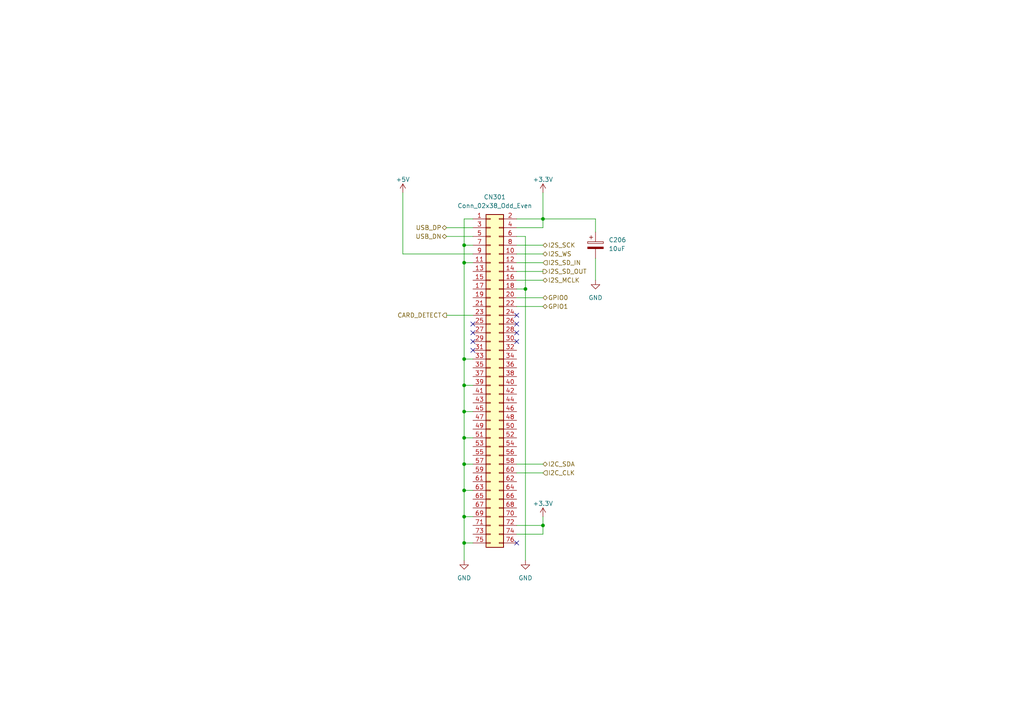
<source format=kicad_sch>
(kicad_sch (version 20230121) (generator eeschema)
  (paper "A4")
  (lib_symbols
    (symbol "Connector_Generic:Conn_02x38_Odd_Even" (pin_names (offset 1.016) hide)
      (property "Reference" "J" (at 1.27 48.26 0))
      (property "Value" "Conn_02x38_Odd_Even" (at 1.27 -50.8 0))
      (symbol "Conn_02x38_Odd_Even_1_1"
        (rectangle (start -1.27 -48.133) (end 0 -48.387) (stroke (width 0.1524)))
        (rectangle (start -1.27 -45.593) (end 0 -45.847) (stroke (width 0.1524)))
        (rectangle (start -1.27 -43.053) (end 0 -43.307) (stroke (width 0.1524)))
        (rectangle (start -1.27 -40.513) (end 0 -40.767) (stroke (width 0.1524)))
        (rectangle (start -1.27 -37.973) (end 0 -38.227) (stroke (width 0.1524)))
        (rectangle (start -1.27 -35.433) (end 0 -35.687) (stroke (width 0.1524)))
        (rectangle (start -1.27 -32.893) (end 0 -33.147) (stroke (width 0.1524)))
        (rectangle (start -1.27 -30.353) (end 0 -30.607) (stroke (width 0.1524)))
        (rectangle (start -1.27 -27.813) (end 0 -28.067) (stroke (width 0.1524)))
        (rectangle (start -1.27 -25.273) (end 0 -25.527) (stroke (width 0.1524)))
        (rectangle (start -1.27 -22.733) (end 0 -22.987) (stroke (width 0.1524)))
        (rectangle (start -1.27 -20.193) (end 0 -20.447) (stroke (width 0.1524)))
        (rectangle (start -1.27 -17.653) (end 0 -17.907) (stroke (width 0.1524)))
        (rectangle (start -1.27 -15.113) (end 0 -15.367) (stroke (width 0.1524)))
        (rectangle (start -1.27 -12.573) (end 0 -12.827) (stroke (width 0.1524)))
        (rectangle (start -1.27 -10.033) (end 0 -10.287) (stroke (width 0.1524)))
        (rectangle (start -1.27 -7.493) (end 0 -7.747) (stroke (width 0.1524)))
        (rectangle (start -1.27 -4.953) (end 0 -5.207) (stroke (width 0.1524)))
        (rectangle (start -1.27 -2.413) (end 0 -2.667) (stroke (width 0.1524)))
        (rectangle (start -1.27 0.127) (end 0 -0.127) (stroke (width 0.1524)))
        (rectangle (start -1.27 2.667) (end 0 2.413) (stroke (width 0.1524)))
        (rectangle (start -1.27 5.207) (end 0 4.953) (stroke (width 0.1524)))
        (rectangle (start -1.27 7.747) (end 0 7.493) (stroke (width 0.1524)))
        (rectangle (start -1.27 10.287) (end 0 10.033) (stroke (width 0.1524)))
        (rectangle (start -1.27 12.827) (end 0 12.573) (stroke (width 0.1524)))
        (rectangle (start -1.27 15.367) (end 0 15.113) (stroke (width 0.1524)))
        (rectangle (start -1.27 17.907) (end 0 17.653) (stroke (width 0.1524)))
        (rectangle (start -1.27 20.447) (end 0 20.193) (stroke (width 0.1524)))
        (rectangle (start -1.27 22.987) (end 0 22.733) (stroke (width 0.1524)))
        (rectangle (start -1.27 25.527) (end 0 25.273) (stroke (width 0.1524)))
        (rectangle (start -1.27 28.067) (end 0 27.813) (stroke (width 0.1524)))
        (rectangle (start -1.27 30.607) (end 0 30.353) (stroke (width 0.1524)))
        (rectangle (start -1.27 33.147) (end 0 32.893) (stroke (width 0.1524)))
        (rectangle (start -1.27 35.687) (end 0 35.433) (stroke (width 0.1524)))
        (rectangle (start -1.27 38.227) (end 0 37.973) (stroke (width 0.1524)))
        (rectangle (start -1.27 40.767) (end 0 40.513) (stroke (width 0.1524)))
        (rectangle (start -1.27 43.307) (end 0 43.053) (stroke (width 0.1524)))
        (rectangle (start -1.27 45.847) (end 0 45.593) (stroke (width 0.1524)))
        (rectangle (start -1.27 46.99) (end 3.81 -49.53) (stroke (width 0.254)) (fill (type background)))
        (rectangle (start 3.81 -48.133) (end 2.54 -48.387) (stroke (width 0.1524)))
        (rectangle (start 3.81 -45.593) (end 2.54 -45.847) (stroke (width 0.1524)))
        (rectangle (start 3.81 -43.053) (end 2.54 -43.307) (stroke (width 0.1524)))
        (rectangle (start 3.81 -40.513) (end 2.54 -40.767) (stroke (width 0.1524)))
        (rectangle (start 3.81 -37.973) (end 2.54 -38.227) (stroke (width 0.1524)))
        (rectangle (start 3.81 -35.433) (end 2.54 -35.687) (stroke (width 0.1524)))
        (rectangle (start 3.81 -32.893) (end 2.54 -33.147) (stroke (width 0.1524)))
        (rectangle (start 3.81 -30.353) (end 2.54 -30.607) (stroke (width 0.1524)))
        (rectangle (start 3.81 -27.813) (end 2.54 -28.067) (stroke (width 0.1524)))
        (rectangle (start 3.81 -25.273) (end 2.54 -25.527) (stroke (width 0.1524)))
        (rectangle (start 3.81 -22.733) (end 2.54 -22.987) (stroke (width 0.1524)))
        (rectangle (start 3.81 -20.193) (end 2.54 -20.447) (stroke (width 0.1524)))
        (rectangle (start 3.81 -17.653) (end 2.54 -17.907) (stroke (width 0.1524)))
        (rectangle (start 3.81 -15.113) (end 2.54 -15.367) (stroke (width 0.1524)))
        (rectangle (start 3.81 -12.573) (end 2.54 -12.827) (stroke (width 0.1524)))
        (rectangle (start 3.81 -10.033) (end 2.54 -10.287) (stroke (width 0.1524)))
        (rectangle (start 3.81 -7.493) (end 2.54 -7.747) (stroke (width 0.1524)))
        (rectangle (start 3.81 -4.953) (end 2.54 -5.207) (stroke (width 0.1524)))
        (rectangle (start 3.81 -2.413) (end 2.54 -2.667) (stroke (width 0.1524)))
        (rectangle (start 3.81 0.127) (end 2.54 -0.127) (stroke (width 0.1524)))
        (rectangle (start 3.81 2.667) (end 2.54 2.413) (stroke (width 0.1524)))
        (rectangle (start 3.81 5.207) (end 2.54 4.953) (stroke (width 0.1524)))
        (rectangle (start 3.81 7.747) (end 2.54 7.493) (stroke (width 0.1524)))
        (rectangle (start 3.81 10.287) (end 2.54 10.033) (stroke (width 0.1524)))
        (rectangle (start 3.81 12.827) (end 2.54 12.573) (stroke (width 0.1524)))
        (rectangle (start 3.81 15.367) (end 2.54 15.113) (stroke (width 0.1524)))
        (rectangle (start 3.81 17.907) (end 2.54 17.653) (stroke (width 0.1524)))
        (rectangle (start 3.81 20.447) (end 2.54 20.193) (stroke (width 0.1524)))
        (rectangle (start 3.81 22.987) (end 2.54 22.733) (stroke (width 0.1524)))
        (rectangle (start 3.81 25.527) (end 2.54 25.273) (stroke (width 0.1524)))
        (rectangle (start 3.81 28.067) (end 2.54 27.813) (stroke (width 0.1524)))
        (rectangle (start 3.81 30.607) (end 2.54 30.353) (stroke (width 0.1524)))
        (rectangle (start 3.81 33.147) (end 2.54 32.893) (stroke (width 0.1524)))
        (rectangle (start 3.81 35.687) (end 2.54 35.433) (stroke (width 0.1524)))
        (rectangle (start 3.81 38.227) (end 2.54 37.973) (stroke (width 0.1524)))
        (rectangle (start 3.81 40.767) (end 2.54 40.513) (stroke (width 0.1524)))
        (rectangle (start 3.81 43.307) (end 2.54 43.053) (stroke (width 0.1524)))
        (rectangle (start 3.81 45.847) (end 2.54 45.593) (stroke (width 0.1524)))
        (pin passive line (at -5.08 45.72 0) (length 3.81) (name "Pin_1") (number "1"))
        (pin passive line (at 7.62 35.56 180) (length 3.81) (name "Pin_10") (number "10"))
        (pin passive line (at -5.08 33.02 0) (length 3.81) (name "Pin_11") (number "11"))
        (pin passive line (at 7.62 33.02 180) (length 3.81) (name "Pin_12") (number "12"))
        (pin passive line (at -5.08 30.48 0) (length 3.81) (name "Pin_13") (number "13"))
        (pin passive line (at 7.62 30.48 180) (length 3.81) (name "Pin_14") (number "14"))
        (pin passive line (at -5.08 27.94 0) (length 3.81) (name "Pin_15") (number "15"))
        (pin passive line (at 7.62 27.94 180) (length 3.81) (name "Pin_16") (number "16"))
        (pin passive line (at -5.08 25.4 0) (length 3.81) (name "Pin_17") (number "17"))
        (pin passive line (at 7.62 25.4 180) (length 3.81) (name "Pin_18") (number "18"))
        (pin passive line (at -5.08 22.86 0) (length 3.81) (name "Pin_19") (number "19"))
        (pin passive line (at 7.62 45.72 180) (length 3.81) (name "Pin_2") (number "2"))
        (pin passive line (at 7.62 22.86 180) (length 3.81) (name "Pin_20") (number "20"))
        (pin passive line (at -5.08 20.32 0) (length 3.81) (name "Pin_21") (number "21"))
        (pin passive line (at 7.62 20.32 180) (length 3.81) (name "Pin_22") (number "22"))
        (pin passive line (at -5.08 17.78 0) (length 3.81) (name "Pin_23") (number "23"))
        (pin passive line (at 7.62 17.78 180) (length 3.81) (name "Pin_24") (number "24"))
        (pin passive line (at -5.08 15.24 0) (length 3.81) (name "Pin_25") (number "25"))
        (pin passive line (at 7.62 15.24 180) (length 3.81) (name "Pin_26") (number "26"))
        (pin passive line (at -5.08 12.7 0) (length 3.81) (name "Pin_27") (number "27"))
        (pin passive line (at 7.62 12.7 180) (length 3.81) (name "Pin_28") (number "28"))
        (pin passive line (at -5.08 10.16 0) (length 3.81) (name "Pin_29") (number "29"))
        (pin passive line (at -5.08 43.18 0) (length 3.81) (name "Pin_3") (number "3"))
        (pin passive line (at 7.62 10.16 180) (length 3.81) (name "Pin_30") (number "30"))
        (pin passive line (at -5.08 7.62 0) (length 3.81) (name "Pin_31") (number "31"))
        (pin passive line (at 7.62 7.62 180) (length 3.81) (name "Pin_32") (number "32"))
        (pin passive line (at -5.08 5.08 0) (length 3.81) (name "Pin_33") (number "33"))
        (pin passive line (at 7.62 5.08 180) (length 3.81) (name "Pin_34") (number "34"))
        (pin passive line (at -5.08 2.54 0) (length 3.81) (name "Pin_35") (number "35"))
        (pin passive line (at 7.62 2.54 180) (length 3.81) (name "Pin_36") (number "36"))
        (pin passive line (at -5.08 0 0) (length 3.81) (name "Pin_37") (number "37"))
        (pin passive line (at 7.62 0 180) (length 3.81) (name "Pin_38") (number "38"))
        (pin passive line (at -5.08 -2.54 0) (length 3.81) (name "Pin_39") (number "39"))
        (pin passive line (at 7.62 43.18 180) (length 3.81) (name "Pin_4") (number "4"))
        (pin passive line (at 7.62 -2.54 180) (length 3.81) (name "Pin_40") (number "40"))
        (pin passive line (at -5.08 -5.08 0) (length 3.81) (name "Pin_41") (number "41"))
        (pin passive line (at 7.62 -5.08 180) (length 3.81) (name "Pin_42") (number "42"))
        (pin passive line (at -5.08 -7.62 0) (length 3.81) (name "Pin_43") (number "43"))
        (pin passive line (at 7.62 -7.62 180) (length 3.81) (name "Pin_44") (number "44"))
        (pin passive line (at -5.08 -10.16 0) (length 3.81) (name "Pin_45") (number "45"))
        (pin passive line (at 7.62 -10.16 180) (length 3.81) (name "Pin_46") (number "46"))
        (pin passive line (at -5.08 -12.7 0) (length 3.81) (name "Pin_47") (number "47"))
        (pin passive line (at 7.62 -12.7 180) (length 3.81) (name "Pin_48") (number "48"))
        (pin passive line (at -5.08 -15.24 0) (length 3.81) (name "Pin_49") (number "49"))
        (pin passive line (at -5.08 40.64 0) (length 3.81) (name "Pin_5") (number "5"))
        (pin passive line (at 7.62 -15.24 180) (length 3.81) (name "Pin_50") (number "50"))
        (pin passive line (at -5.08 -17.78 0) (length 3.81) (name "Pin_51") (number "51"))
        (pin passive line (at 7.62 -17.78 180) (length 3.81) (name "Pin_52") (number "52"))
        (pin passive line (at -5.08 -20.32 0) (length 3.81) (name "Pin_53") (number "53"))
        (pin passive line (at 7.62 -20.32 180) (length 3.81) (name "Pin_54") (number "54"))
        (pin passive line (at -5.08 -22.86 0) (length 3.81) (name "Pin_55") (number "55"))
        (pin passive line (at 7.62 -22.86 180) (length 3.81) (name "Pin_56") (number "56"))
        (pin passive line (at -5.08 -25.4 0) (length 3.81) (name "Pin_57") (number "57"))
        (pin passive line (at 7.62 -25.4 180) (length 3.81) (name "Pin_58") (number "58"))
        (pin passive line (at -5.08 -27.94 0) (length 3.81) (name "Pin_59") (number "59"))
        (pin passive line (at 7.62 40.64 180) (length 3.81) (name "Pin_6") (number "6"))
        (pin passive line (at 7.62 -27.94 180) (length 3.81) (name "Pin_60") (number "60"))
        (pin passive line (at -5.08 -30.48 0) (length 3.81) (name "Pin_61") (number "61"))
        (pin passive line (at 7.62 -30.48 180) (length 3.81) (name "Pin_62") (number "62"))
        (pin passive line (at -5.08 -33.02 0) (length 3.81) (name "Pin_63") (number "63"))
        (pin passive line (at 7.62 -33.02 180) (length 3.81) (name "Pin_64") (number "64"))
        (pin passive line (at -5.08 -35.56 0) (length 3.81) (name "Pin_65") (number "65"))
        (pin passive line (at 7.62 -35.56 180) (length 3.81) (name "Pin_66") (number "66"))
        (pin passive line (at -5.08 -38.1 0) (length 3.81) (name "Pin_67") (number "67"))
        (pin passive line (at 7.62 -38.1 180) (length 3.81) (name "Pin_68") (number "68"))
        (pin passive line (at -5.08 -40.64 0) (length 3.81) (name "Pin_69") (number "69"))
        (pin passive line (at -5.08 38.1 0) (length 3.81) (name "Pin_7") (number "7"))
        (pin passive line (at 7.62 -40.64 180) (length 3.81) (name "Pin_70") (number "70"))
        (pin passive line (at -5.08 -43.18 0) (length 3.81) (name "Pin_71") (number "71"))
        (pin passive line (at 7.62 -43.18 180) (length 3.81) (name "Pin_72") (number "72"))
        (pin passive line (at -5.08 -45.72 0) (length 3.81) (name "Pin_73") (number "73"))
        (pin passive line (at 7.62 -45.72 180) (length 3.81) (name "Pin_74") (number "74"))
        (pin passive line (at -5.08 -48.26 0) (length 3.81) (name "Pin_75") (number "75"))
        (pin passive line (at 7.62 -48.26 180) (length 3.81) (name "Pin_76") (number "76"))
        (pin passive line (at 7.62 38.1 180) (length 3.81) (name "Pin_8") (number "8"))
        (pin passive line (at -5.08 35.56 0) (length 3.81) (name "Pin_9") (number "9"))
      )
    )
    (symbol "Device:C_Polarized" (pin_numbers hide) (pin_names (offset 0.254))
      (property "Reference" "C" (at 0.635 2.54 0))
      (property "Value" "C_Polarized" (at 0.635 -2.54 0))
      (symbol "C_Polarized_0_1"
        (rectangle (start -2.286 0.508) (end 2.286 1.016))
        (polyline (pts (xy -1.778 2.286) (xy -0.762 2.286)))
        (polyline (pts (xy -1.27 2.794) (xy -1.27 1.778)))
        (rectangle (start 2.286 -0.508) (end -2.286 -1.016) (fill (type outline)))
      )
      (symbol "C_Polarized_1_1"
        (pin passive line (at 0 3.81 270) (length 2.794) (name "~") (number "1"))
        (pin passive line (at 0 -3.81 90) (length 2.794) (name "~") (number "2"))
      )
    )
    (symbol "power:+3.3V" (power) (pin_names (offset 0))
      (property "Value" "+3.3V" (at 0 3.556 0))
      (symbol "+3.3V_0_1"
        (polyline (pts (xy -0.762 1.27) (xy 0 2.54)))
        (polyline (pts (xy 0 0) (xy 0 2.54)))
        (polyline (pts (xy 0 2.54) (xy 0.762 1.27)))
      )
      (symbol "+3.3V_1_1"
        (pin power_in line (at 0 0 90) (length 0) hide (name "+3.3V") (number "1"))
      )
    )
    (symbol "power:+5V" (power) (pin_names (offset 0))
      (property "Value" "+5V" (at 0 3.556 0))
      (symbol "+5V_0_1"
        (polyline (pts (xy -0.762 1.27) (xy 0 2.54)))
        (polyline (pts (xy 0 0) (xy 0 2.54)))
        (polyline (pts (xy 0 2.54) (xy 0.762 1.27)))
      )
      (symbol "+5V_1_1"
        (pin power_in line (at 0 0 90) (length 0) hide (name "+5V") (number "1"))
      )
    )
    (symbol "power:GND" (power) (pin_names (offset 0))
      (property "Value" "GND" (at 0 -3.81 0))
      (symbol "GND_0_1"
        (polyline (pts (xy 0 0) (xy 0 -1.27) (xy 1.27 -1.27) (xy 0 -2.54) (xy -1.27 -1.27) (xy 0 -1.27)))
      )
      (symbol "GND_1_1"
        (pin power_in line (at 0 0 270) (length 0) hide (name "GND") (number "1"))
      )
    )
  )
  (junction (at 134.62 149.86))
  (junction (at 157.48 63.5))
  (junction (at 152.4 83.82))
  (junction (at 134.62 134.62))
  (junction (at 134.62 104.14))
  (junction (at 134.62 127))
  (junction (at 134.62 157.48))
  (junction (at 134.62 142.24))
  (junction (at 134.62 111.76))
  (junction (at 157.48 152.4))
  (junction (at 134.62 71.12))
  (junction (at 134.62 76.2))
  (junction (at 134.62 119.38))
  (no_connect (at 137.16 99.06))
  (no_connect (at 149.86 91.44))
  (no_connect (at 137.16 93.98))
  (no_connect (at 149.86 93.98))
  (no_connect (at 149.86 99.06))
  (no_connect (at 137.16 96.52))
  (no_connect (at 149.86 96.52))
  (no_connect (at 149.86 157.48))
  (no_connect (at 137.16 101.6))
  (wire (pts (xy 157.48 63.5) (xy 172.72 63.5)))
  (wire (pts (xy 134.62 127) (xy 134.62 134.62)))
  (wire (pts (xy 149.86 154.94) (xy 157.48 154.94)))
  (wire (pts (xy 149.86 76.2) (xy 157.48 76.2)))
  (wire (pts (xy 134.62 149.86) (xy 137.16 149.86)))
  (wire (pts (xy 134.62 111.76) (xy 137.16 111.76)))
  (wire (pts (xy 134.62 104.14) (xy 134.62 111.76)))
  (wire (pts (xy 157.48 55.88) (xy 157.48 63.5)))
  (wire (pts (xy 149.86 71.12) (xy 157.48 71.12)))
  (wire (pts (xy 152.4 68.58) (xy 152.4 83.82)))
  (wire (pts (xy 134.62 111.76) (xy 134.62 119.38)))
  (wire (pts (xy 172.72 74.93) (xy 172.72 81.28)))
  (wire (pts (xy 134.62 127) (xy 137.16 127)))
  (wire (pts (xy 149.86 152.4) (xy 157.48 152.4)))
  (wire (pts (xy 134.62 63.5) (xy 134.62 71.12)))
  (wire (pts (xy 134.62 119.38) (xy 134.62 127)))
  (wire (pts (xy 134.62 142.24) (xy 137.16 142.24)))
  (wire (pts (xy 134.62 71.12) (xy 134.62 76.2)))
  (wire (pts (xy 134.62 142.24) (xy 134.62 149.86)))
  (wire (pts (xy 134.62 119.38) (xy 137.16 119.38)))
  (wire (pts (xy 134.62 104.14) (xy 137.16 104.14)))
  (wire (pts (xy 172.72 63.5) (xy 172.72 67.31)))
  (wire (pts (xy 149.86 134.62) (xy 157.48 134.62)))
  (wire (pts (xy 134.62 63.5) (xy 137.16 63.5)))
  (wire (pts (xy 149.86 83.82) (xy 152.4 83.82)))
  (wire (pts (xy 129.54 91.44) (xy 137.16 91.44)))
  (wire (pts (xy 157.48 149.86) (xy 157.48 152.4)))
  (wire (pts (xy 149.86 88.9) (xy 157.48 88.9)))
  (wire (pts (xy 134.62 134.62) (xy 137.16 134.62)))
  (wire (pts (xy 149.86 66.04) (xy 157.48 66.04)))
  (wire (pts (xy 134.62 76.2) (xy 134.62 104.14)))
  (wire (pts (xy 149.86 73.66) (xy 157.48 73.66)))
  (wire (pts (xy 134.62 71.12) (xy 137.16 71.12)))
  (wire (pts (xy 134.62 149.86) (xy 134.62 157.48)))
  (wire (pts (xy 137.16 157.48) (xy 134.62 157.48)))
  (wire (pts (xy 149.86 137.16) (xy 157.48 137.16)))
  (wire (pts (xy 134.62 157.48) (xy 134.62 162.56)))
  (wire (pts (xy 157.48 154.94) (xy 157.48 152.4)))
  (wire (pts (xy 129.54 66.04) (xy 137.16 66.04)))
  (wire (pts (xy 134.62 76.2) (xy 137.16 76.2)))
  (wire (pts (xy 149.86 86.36) (xy 157.48 86.36)))
  (wire (pts (xy 152.4 83.82) (xy 152.4 162.56)))
  (wire (pts (xy 116.84 73.66) (xy 137.16 73.66)))
  (wire (pts (xy 157.48 66.04) (xy 157.48 63.5)))
  (wire (pts (xy 149.86 63.5) (xy 157.48 63.5)))
  (wire (pts (xy 149.86 78.74) (xy 157.48 78.74)))
  (wire (pts (xy 149.86 68.58) (xy 152.4 68.58)))
  (wire (pts (xy 129.54 68.58) (xy 137.16 68.58)))
  (wire (pts (xy 134.62 134.62) (xy 134.62 142.24)))
  (wire (pts (xy 149.86 81.28) (xy 157.48 81.28)))
  (wire (pts (xy 116.84 55.88) (xy 116.84 73.66)))
  (hierarchical_label "I2S_SD_OUT" (shape output) (at 157.48 78.74 0))
  (hierarchical_label "I2C_CLK" (shape input) (at 157.48 137.16 0))
  (hierarchical_label "I2S_WS" (shape bidirectional) (at 157.48 73.66 0))
  (hierarchical_label "I2C_SDA" (shape bidirectional) (at 157.48 134.62 0))
  (hierarchical_label "GPIO0" (shape bidirectional) (at 157.48 86.36 0))
  (hierarchical_label "I2S_SD_IN" (shape input) (at 157.48 76.2 0))
  (hierarchical_label "GPIO1" (shape bidirectional) (at 157.48 88.9 0))
  (hierarchical_label "USB_DN" (shape bidirectional) (at 129.54 68.58 180))
  (hierarchical_label "I2S_SCK" (shape bidirectional) (at 157.48 71.12 0))
  (hierarchical_label "CARD_DETECT" (shape output) (at 129.54 91.44 180))
  (hierarchical_label "I2S_MCLK" (shape bidirectional) (at 157.48 81.28 0))
  (hierarchical_label "USB_DP" (shape bidirectional) (at 129.54 66.04 180))
  (symbol (lib_id "power:GND") (at 152.4 162.56 0) (unit 1)
    (property "Reference" "#PWR0306" (effects hide))
    (property "Value" "GND" (at 152.4 167.64 0))
    (instances (project "TLV320ADC6120-MOD" (path "" (reference "#PWR0306") (unit 1))) (project "STM32-USB-Audio-Board" (path "" (reference "#PWR0504") (unit 1)) (path "" (reference "#PWR0604") (unit 1))))
  )
  (symbol (lib_id "power:+3.3V") (at 157.48 149.86 0) (unit 1)
    (property "Reference" "#PWR0304" (effects hide))
    (property "Value" "+3.3V" (at 157.48 146.05 0))
    (instances (project "TLV320ADC6120-MOD" (path "" (reference "#PWR0304") (unit 1))) (project "STM32-USB-Audio-Board" (path "" (reference "#PWR0502") (unit 1)) (path "" (reference "#PWR0602") (unit 1))))
  )
  (symbol (lib_id "Device:C_Polarized") (at 172.72 71.12 0) (unit 1)
    (property "Reference" "C206" (at 176.53 69.596 0) (effects (justify left)))
    (property "Value" "10uF" (at 176.53 72.136 0) (effects (justify left)))
    (property "Footprint" "Capacitor_Tantalum_SMD:CP_EIA-3216-18_Kemet-A" (effects hide))
    (instances (project "Quad_RAK3172_Board" (path "" (reference "C206") (unit 1))) (project "TLV320ADC6120-MOD" (path "" (reference "C301") (unit 1))) (project "STM32-USB-Audio-Board" (path "" (reference "C311") (unit 1)) (path "" (reference "C501") (unit 1)) (path "" (reference "C601") (unit 1))))
  )
  (symbol (lib_id "power:+3.3V") (at 157.48 55.88 0) (unit 1)
    (property "Reference" "#PWR0302" (effects hide))
    (property "Value" "+3.3V" (at 157.48 52.07 0))
    (instances (project "TLV320ADC6120-MOD" (path "" (reference "#PWR0302") (unit 1))) (project "STM32-USB-Audio-Board" (path "" (reference "#PWR0501") (unit 1)) (path "" (reference "#PWR0601") (unit 1))))
  )
  (symbol (lib_id "power:GND") (at 172.72 81.28 0) (unit 1)
    (property "Reference" "#PWR0303" (effects hide))
    (property "Value" "GND" (at 172.72 86.36 0))
    (instances (project "TLV320ADC6120-MOD" (path "" (reference "#PWR0303") (unit 1))) (project "STM32-USB-Audio-Board" (path "" (reference "#PWR0505") (unit 1)) (path "" (reference "#PWR0605") (unit 1))))
  )
  (symbol (lib_id "Connector_Generic:Conn_02x38_Odd_Even") (at 142.24 109.22 0) (unit 1)
    (property "Reference" "CN301" (at 143.51 57.15 0))
    (property "Value" "Conn_02x38_Odd_Even" (at 143.51 59.69 0))
    (property "Footprint" "MyLibrary:NGFF_E" (effects hide))
    (instances (project "TLV320ADC6120-MOD" (path "" (reference "CN301") (unit 1))) (project "STM32-USB-Audio-Board" (path "" (reference "CN501") (unit 1)) (path "" (reference "CN601") (unit 1))))
  )
  (symbol (lib_id "power:GND") (at 134.62 162.56 0) (unit 1)
    (property "Reference" "#PWR0305" (effects hide))
    (property "Value" "GND" (at 134.62 167.64 0))
    (instances (project "TLV320ADC6120-MOD" (path "" (reference "#PWR0305") (unit 1))) (project "STM32-USB-Audio-Board" (path "" (reference "#PWR0503") (unit 1)) (path "" (reference "#PWR0603") (unit 1))))
  )
  (symbol (lib_id "power:+5V") (at 116.84 55.88 0) (unit 1)
    (property "Reference" "#PWR0301" (effects hide))
    (property "Value" "+5V" (at 116.84 52.07 0))
    (instances (project "TLV320ADC6120-MOD" (path "" (reference "#PWR0301") (unit 1))) (project "STM32-USB-Audio-Board" (path "" (reference "#PWR0506") (unit 1)) (path "" (reference "#PWR0606") (unit 1))))
  )
)
</source>
